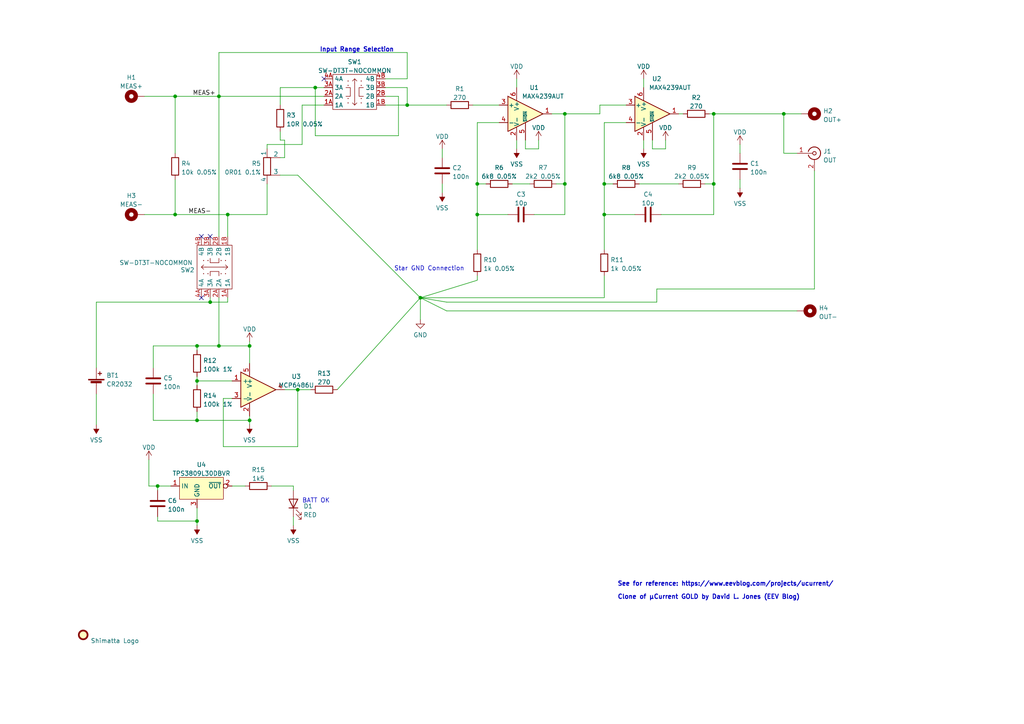
<source format=kicad_sch>
(kicad_sch (version 20211123) (generator eeschema)
  (paper "A4")
  (title_block (title "Shimatta µCurrent") (rev "v1.0.0") (company "Shimatta"))
  (lib_symbols
    (symbol "Amplifier_Operational:MAX4239AUT" (pin_names (offset 0.127))
      (property "Reference" "U" (at 0 6.35 0))
      (property "Value" "MAX4239AUT" (at 0 3.81 0))
      (symbol "MAX4239AUT_0_1"
        (polyline (pts (xy -5.08 5.08) (xy 5.08 0) (xy -5.08 -5.08) (xy -5.08 5.08)) (stroke (width 0.254)) (fill (type background)))
      )
      (symbol "MAX4239AUT_1_1"
        (pin output line (at 7.62 0 180) (length 2.54) (name "~") (number "1"))
        (pin power_in line (at -2.54 -7.62 90) (length 3.81) (name "V-") (number "2"))
        (pin input line (at -7.62 2.54 0) (length 2.54) (name "+") (number "3"))
        (pin input line (at -7.62 -2.54 0) (length 2.54) (name "-") (number "4"))
        (pin input line (at 0 -7.62 90) (length 5.08) (name "~{SHDN}") (number "5"))
        (pin power_in line (at -2.54 7.62 270) (length 3.81) (name "V+") (number "6"))
      )
    )
    (symbol "Connector:Conn_Coaxial" (pin_names (offset 1.016) hide)
      (property "Reference" "J" (at 0.254 3.048 0))
      (property "Value" "Conn_Coaxial" (at 2.921 0 90))
      (symbol "Conn_Coaxial_0_1"
        (arc (start -1.778 -0.508) (mid 0.2311 -1.8066) (end 1.778 0) (stroke (width 0.254)))
        (polyline (pts (xy -2.54 0) (xy -0.508 0)))
        (polyline (pts (xy 0 -2.54) (xy 0 -1.778)))
        (circle (center 0 0) (radius 0.508) (stroke (width 0.2032)))
        (arc (start 1.778 0) (mid 0.2099 1.8101) (end -1.778 0.508) (stroke (width 0.254)))
      )
      (symbol "Conn_Coaxial_1_1"
        (pin passive line (at -5.08 0 0) (length 2.54) (name "In") (number "1"))
        (pin passive line (at 0 -5.08 90) (length 2.54) (name "Ext") (number "2"))
      )
    )
    (symbol "Device:Battery_Cell" (pin_numbers hide) (pin_names (offset 0) hide)
      (property "Reference" "BT" (at 2.54 2.54 0))
      (property "Value" "Battery_Cell" (at 2.54 0 0))
      (symbol "Battery_Cell_0_1"
        (rectangle (start -2.286 1.778) (end 2.286 1.524) (fill (type outline)))
        (rectangle (start -1.5748 1.1938) (end 1.4732 0.6858) (fill (type outline)))
        (polyline (pts (xy 0 0.762) (xy 0 0)))
        (polyline (pts (xy 0 1.778) (xy 0 2.54)))
        (polyline (pts (xy 0.508 3.429) (xy 1.524 3.429)) (stroke (width 0.254)))
        (polyline (pts (xy 1.016 3.937) (xy 1.016 2.921)) (stroke (width 0.254)))
      )
      (symbol "Battery_Cell_1_1"
        (pin passive line (at 0 5.08 270) (length 2.54) (name "+") (number "1"))
        (pin passive line (at 0 -2.54 90) (length 2.54) (name "-") (number "2"))
      )
    )
    (symbol "Device:C" (pin_numbers hide) (pin_names (offset 0.254))
      (property "Reference" "C" (at 0.635 2.54 0))
      (property "Value" "C" (at 0.635 -2.54 0))
      (symbol "C_0_1"
        (polyline (pts (xy -2.032 -0.762) (xy 2.032 -0.762)) (stroke (width 0.508)))
        (polyline (pts (xy -2.032 0.762) (xy 2.032 0.762)) (stroke (width 0.508)))
      )
      (symbol "C_1_1"
        (pin passive line (at 0 3.81 270) (length 2.794) (name "~") (number "1"))
        (pin passive line (at 0 -3.81 90) (length 2.794) (name "~") (number "2"))
      )
    )
    (symbol "Device:LED" (pin_numbers hide) (pin_names (offset 1.016) hide)
      (property "Reference" "D" (at 0 2.54 0))
      (property "Value" "LED" (at 0 -2.54 0))
      (symbol "LED_0_1"
        (polyline (pts (xy -1.27 -1.27) (xy -1.27 1.27)) (stroke (width 0.254)))
        (polyline (pts (xy -1.27 0) (xy 1.27 0)))
        (polyline (pts (xy 1.27 -1.27) (xy 1.27 1.27) (xy -1.27 0) (xy 1.27 -1.27)) (stroke (width 0.254)))
        (polyline (pts (xy -3.048 -0.762) (xy -4.572 -2.286) (xy -3.81 -2.286) (xy -4.572 -2.286) (xy -4.572 -1.524)))
        (polyline (pts (xy -1.778 -0.762) (xy -3.302 -2.286) (xy -2.54 -2.286) (xy -3.302 -2.286) (xy -3.302 -1.524)))
      )
      (symbol "LED_1_1"
        (pin passive line (at -3.81 0 0) (length 2.54) (name "K") (number "1"))
        (pin passive line (at 3.81 0 180) (length 2.54) (name "A") (number "2"))
      )
    )
    (symbol "Device:R" (pin_numbers hide) (pin_names (offset 0))
      (property "Reference" "R" (at 2.032 0 90))
      (property "Value" "R" (at 0 0 90))
      (symbol "R_0_1"
        (rectangle (start -1.016 -2.54) (end 1.016 2.54) (stroke (width 0.254)))
      )
      (symbol "R_1_1"
        (pin passive line (at 0 3.81 270) (length 1.27) (name "~") (number "1"))
        (pin passive line (at 0 -3.81 90) (length 1.27) (name "~") (number "2"))
      )
    )
    (symbol "Device:R_Shunt" (pin_numbers hide) (pin_names (offset 0))
      (property "Reference" "R" (at -4.445 0 90))
      (property "Value" "R_Shunt" (at -2.54 0 90))
      (symbol "R_Shunt_0_1"
        (rectangle (start -1.016 -2.54) (end 1.016 2.54) (stroke (width 0.254)))
        (polyline (pts (xy 0 -2.54) (xy 1.27 -2.54)))
        (polyline (pts (xy 1.27 2.54) (xy 0 2.54)))
      )
      (symbol "R_Shunt_1_1"
        (pin passive line (at 0 5.08 270) (length 2.54) (name "1") (number "1"))
        (pin passive line (at 3.81 2.54 180) (length 2.54) (name "2") (number "2"))
        (pin passive line (at 3.81 -2.54 180) (length 2.54) (name "3") (number "3"))
        (pin passive line (at 0 -5.08 90) (length 2.54) (name "4") (number "4"))
      )
    )
    (symbol "Mechanical:Fiducial"
      (property "Reference" "FID" (at 0 5.08 0))
      (property "Value" "Fiducial" (at 0 3.175 0))
      (symbol "Fiducial_0_1"
        (circle (center 0 0) (radius 1.27) (stroke (width 0.508)) (fill (type background)))
      )
    )
    (symbol "Mechanical:MountingHole_Pad" (pin_numbers hide) (pin_names (offset 1.016) hide)
      (property "Reference" "H" (at 0 6.35 0))
      (property "Value" "MountingHole_Pad" (at 0 4.445 0))
      (symbol "MountingHole_Pad_0_1"
        (circle (center 0 1.27) (radius 1.27) (stroke (width 1.27)))
      )
      (symbol "MountingHole_Pad_1_1"
        (pin input line (at 0 -2.54 90) (length 2.54) (name "1") (number "1"))
      )
    )
    (symbol "power:GND" (power) (pin_names (offset 0))
      (property "Value" "GND" (at 0 -3.81 0))
      (symbol "GND_0_1"
        (polyline (pts (xy 0 0) (xy 0 -1.27) (xy 1.27 -1.27) (xy 0 -2.54) (xy -1.27 -1.27) (xy 0 -1.27)))
      )
      (symbol "GND_1_1"
        (pin power_in line (at 0 0 270) (length 0) hide (name "GND") (number "1"))
      )
    )
    (symbol "power:VDD" (power) (pin_names (offset 0))
      (property "Value" "VDD" (at 0 3.81 0))
      (symbol "VDD_0_1"
        (polyline (pts (xy -0.762 1.27) (xy 0 2.54)))
        (polyline (pts (xy 0 0) (xy 0 2.54)))
        (polyline (pts (xy 0 2.54) (xy 0.762 1.27)))
      )
      (symbol "VDD_1_1"
        (pin power_in line (at 0 0 90) (length 0) hide (name "VDD") (number "1"))
      )
    )
    (symbol "power:VSS" (power) (pin_names (offset 0))
      (property "Value" "VSS" (at 0 3.81 0))
      (symbol "VSS_0_1"
        (polyline (pts (xy 0 0) (xy 0 2.54)))
        (polyline (pts (xy 0.762 1.27) (xy -0.762 1.27) (xy 0 2.54) (xy 0.762 1.27)) (fill (type outline)))
      )
      (symbol "VSS_1_1"
        (pin power_in line (at 0 0 90) (length 0) hide (name "VSS") (number "1"))
      )
    )
    (symbol "shimatta_analog:MCP6486U"
      (property "Reference" "U" (at 2.54 6.35 0))
      (property "Value" "MCP6486U" (at 6.35 3.81 0))
      (symbol "MCP6486U_0_1"
        (polyline (pts (xy -2.54 5.08) (xy 7.62 0) (xy -2.54 -5.08) (xy -2.54 5.08)) (stroke (width 0.254)) (fill (type background)))
      )
      (symbol "MCP6486U_1_1"
        (pin input line (at -5.08 2.54 0) (length 2.54) (name "+") (number "1"))
        (pin power_in line (at 0 -7.62 90) (length 3.81) (name "V-") (number "2"))
        (pin input line (at -5.08 -2.54 0) (length 2.54) (name "-") (number "3"))
        (pin output line (at 10.16 0 180) (length 2.54) (name "~") (number "4"))
        (pin power_in line (at 0 7.62 270) (length 3.81) (name "V+") (number "5"))
      )
    )
    (symbol "shimatta_supervisor:TPS3809L30DBVR"
      (property "Reference" "U" (at 1.27 3.81 0))
      (property "Value" "TPS3809L30DBVR" (at 6.35 1.27 0))
      (symbol "TPS3809L30DBVR_0_1"
        (rectangle (start 0 0) (end 12.7 -6.35) (stroke (width 0.1524)) (fill (type background)))
      )
      (symbol "TPS3809L30DBVR_1_1"
        (pin power_in line (at -2.54 -2.54 0) (length 2.54) (name "IN") (number "1"))
        (pin output inverted (at 15.24 -2.54 180) (length 2.54) (name "~{OUT}") (number "2"))
        (pin power_in line (at 5.08 -8.89 90) (length 2.54) (name "GND") (number "3"))
      )
    )
    (symbol "shimatta_switch:SW-DT3T-NOCOMMON"
      (property "Reference" "SW" (at 1.27 1.27 0))
      (property "Value" "SW-DT3T-NOCOMMON" (at 9.525 3.81 0))
      (symbol "SW-DT3T-NOCOMMON_0_1"
        (polyline (pts (xy 6.35 -8.89) (xy 5.715 -8.255)) (stroke (width 0.1524)))
        (polyline (pts (xy 6.35 -8.89) (xy 6.985 -8.255)) (stroke (width 0.1524)))
        (polyline (pts (xy 6.35 -7.62) (xy 6.35 -8.89)) (stroke (width 0.1524)))
        (polyline (pts (xy 6.35 -2.54) (xy 6.35 -7.62)) (stroke (width 0.1524)))
        (polyline (pts (xy 6.35 -2.54) (xy 6.35 -1.27)) (stroke (width 0.1524)))
        (polyline (pts (xy 6.35 -1.27) (xy 5.715 -1.905)) (stroke (width 0.1524)))
        (polyline (pts (xy 6.35 -1.27) (xy 6.985 -1.905)) (stroke (width 0.1524)))
        (polyline (pts (xy 3.81 -3.81) (xy 5.08 -3.81) (xy 5.08 -6.35) (xy 3.81 -6.35)) (stroke (width 0.1524)))
        (polyline (pts (xy 8.89 -3.81) (xy 7.62 -3.81) (xy 7.62 -6.35) (xy 8.89 -6.35)) (stroke (width 0.1524)))
        (rectangle (start 0 0) (end 12.7 -10.16) (stroke (width 0.1524)))
        (circle (center 4.445 -8.255) (radius 0.0001) (stroke (width 0.1524)))
        (circle (center 4.445 -6.985) (radius 0.0001) (stroke (width 0.1524)))
        (circle (center 4.445 -3.175) (radius 0.0001) (stroke (width 0.1524)))
        (circle (center 4.445 -1.905) (radius 0.0001) (stroke (width 0.1524)))
        (circle (center 8.255 -8.255) (radius 0.0001) (stroke (width 0.1524)))
        (circle (center 8.255 -6.985) (radius 0.0001) (stroke (width 0.1524)))
        (circle (center 8.255 -3.175) (radius 0.0001) (stroke (width 0.1524)))
        (circle (center 8.255 -1.905) (radius 0.0001) (stroke (width 0.1524)))
      )
      (symbol "SW-DT3T-NOCOMMON_1_1"
        (pin passive line (at -2.54 -1.27 0) (length 2.54) (name "1A") (number "1A"))
        (pin passive line (at 15.24 -1.27 180) (length 2.54) (name "1B") (number "1B"))
        (pin passive line (at -2.54 -3.81 0) (length 2.54) (name "2A") (number "2A"))
        (pin passive line (at 15.24 -3.81 180) (length 2.54) (name "2B") (number "2B"))
        (pin passive line (at -2.54 -6.35 0) (length 2.54) (name "3A") (number "3A"))
        (pin passive line (at 15.24 -6.35 180) (length 2.54) (name "3B") (number "3B"))
        (pin passive line (at -2.54 -8.89 0) (length 2.54) (name "4A") (number "4A"))
        (pin passive line (at 15.24 -8.89 180) (length 2.54) (name "4B") (number "4B"))
      )
    )
  )
  (junction (at 138.43 53.34))
  (junction (at 57.15 151.13))
  (junction (at 207.01 33.02))
  (junction (at 63.5 27.94))
  (junction (at 72.39 100.33))
  (junction (at 66.04 62.23))
  (junction (at 175.26 53.34))
  (junction (at 175.26 62.23))
  (junction (at 227.33 33.02))
  (junction (at 63.5 100.33))
  (junction (at 57.15 100.33))
  (junction (at 138.43 62.23))
  (junction (at 45.72 140.97))
  (junction (at 60.96 87.63))
  (junction (at 207.01 53.34))
  (junction (at 163.83 33.02))
  (junction (at 86.36 113.03))
  (junction (at 163.83 53.34))
  (junction (at 118.11 30.48))
  (junction (at 50.8 27.94))
  (junction (at 50.8 62.23))
  (junction (at 91.44 25.4))
  (junction (at 57.15 121.92))
  (junction (at 121.92 86.36))
  (junction (at 57.15 110.49))
  (junction (at 72.39 121.92))
  (no_connect (at 58.42 68.58))
  (no_connect (at 58.42 86.36))
  (no_connect (at 93.98 22.86))
  (no_connect (at 60.96 68.58))
  (wire (pts (xy 115.57 27.94) (xy 115.57 39.37)))
  (wire (pts (xy 50.8 27.94) (xy 63.5 27.94)))
  (wire (pts (xy 57.15 119.38) (xy 57.15 121.92)))
  (wire (pts (xy 63.5 27.94) (xy 93.98 27.94)))
  (wire (pts (xy 186.69 22.86) (xy 186.69 25.4)))
  (wire (pts (xy 175.26 80.01) (xy 175.26 86.36)))
  (wire (pts (xy 57.15 110.49) (xy 57.15 111.76)))
  (wire (pts (xy 81.28 50.8) (xy 86.36 50.8)))
  (wire (pts (xy 121.92 86.36) (xy 175.26 86.36)))
  (wire (pts (xy 97.79 113.03) (xy 121.92 86.36)))
  (wire (pts (xy 111.76 25.4) (xy 118.11 25.4)))
  (wire (pts (xy 175.26 53.34) (xy 177.8 53.34)))
  (wire (pts (xy 63.5 100.33) (xy 72.39 100.33)))
  (wire (pts (xy 144.78 35.56) (xy 138.43 35.56)))
  (wire (pts (xy 60.96 87.63) (xy 60.96 86.36)))
  (wire (pts (xy 163.83 33.02) (xy 173.99 33.02)))
  (wire (pts (xy 193.04 43.18) (xy 193.04 40.64)))
  (wire (pts (xy 149.86 40.64) (xy 149.86 43.18)))
  (wire (pts (xy 160.02 33.02) (xy 163.83 33.02)))
  (wire (pts (xy 77.47 41.91) (xy 77.47 43.18)))
  (wire (pts (xy 205.74 33.02) (xy 207.01 33.02)))
  (wire (pts (xy 64.77 115.57) (xy 64.77 129.54)))
  (wire (pts (xy 163.83 62.23) (xy 163.83 53.34)))
  (wire (pts (xy 44.45 106.68) (xy 44.45 100.33)))
  (wire (pts (xy 49.53 140.97) (xy 45.72 140.97)))
  (wire (pts (xy 57.15 147.32) (xy 57.15 151.13)))
  (wire (pts (xy 138.43 80.01) (xy 138.43 81.28)))
  (wire (pts (xy 175.26 62.23) (xy 175.26 72.39)))
  (wire (pts (xy 27.94 114.3) (xy 27.94 123.19)))
  (wire (pts (xy 57.15 121.92) (xy 72.39 121.92)))
  (wire (pts (xy 111.76 30.48) (xy 118.11 30.48)))
  (wire (pts (xy 50.8 52.07) (xy 50.8 62.23)))
  (wire (pts (xy 87.63 41.91) (xy 77.47 41.91)))
  (wire (pts (xy 185.42 53.34) (xy 196.85 53.34)))
  (wire (pts (xy 44.45 114.3) (xy 44.45 121.92)))
  (wire (pts (xy 82.55 113.03) (xy 86.36 113.03)))
  (wire (pts (xy 91.44 39.37) (xy 91.44 25.4)))
  (wire (pts (xy 173.99 30.48) (xy 173.99 33.02)))
  (wire (pts (xy 67.31 140.97) (xy 71.12 140.97)))
  (wire (pts (xy 128.27 43.18) (xy 128.27 45.72)))
  (wire (pts (xy 138.43 53.34) (xy 138.43 62.23)))
  (wire (pts (xy 190.5 83.82) (xy 190.5 87.63)))
  (wire (pts (xy 152.4 40.64) (xy 152.4 43.18)))
  (wire (pts (xy 121.92 86.36) (xy 121.92 92.71)))
  (wire (pts (xy 138.43 62.23) (xy 147.32 62.23)))
  (wire (pts (xy 44.45 100.33) (xy 57.15 100.33)))
  (wire (pts (xy 138.43 62.23) (xy 138.43 72.39)))
  (wire (pts (xy 207.01 53.34) (xy 207.01 62.23)))
  (wire (pts (xy 181.61 35.56) (xy 175.26 35.56)))
  (wire (pts (xy 57.15 101.6) (xy 57.15 100.33)))
  (wire (pts (xy 121.92 86.36) (xy 129.54 90.17)))
  (wire (pts (xy 207.01 33.02) (xy 227.33 33.02)))
  (wire (pts (xy 191.77 62.23) (xy 207.01 62.23)))
  (wire (pts (xy 50.8 62.23) (xy 66.04 62.23)))
  (wire (pts (xy 72.39 99.06) (xy 72.39 100.33)))
  (wire (pts (xy 63.5 15.24) (xy 118.11 15.24)))
  (wire (pts (xy 78.74 140.97) (xy 85.09 140.97)))
  (wire (pts (xy 50.8 27.94) (xy 50.8 44.45)))
  (wire (pts (xy 204.47 53.34) (xy 207.01 53.34)))
  (wire (pts (xy 87.63 30.48) (xy 93.98 30.48)))
  (wire (pts (xy 82.55 40.64) (xy 82.55 45.72)))
  (wire (pts (xy 85.09 140.97) (xy 85.09 142.24)))
  (wire (pts (xy 163.83 33.02) (xy 163.83 53.34)))
  (wire (pts (xy 161.29 53.34) (xy 163.83 53.34)))
  (wire (pts (xy 57.15 109.22) (xy 57.15 110.49)))
  (wire (pts (xy 85.09 149.86) (xy 85.09 152.4)))
  (wire (pts (xy 66.04 62.23) (xy 77.47 62.23)))
  (wire (pts (xy 45.72 151.13) (xy 57.15 151.13)))
  (wire (pts (xy 86.36 113.03) (xy 90.17 113.03)))
  (wire (pts (xy 63.5 86.36) (xy 63.5 100.33)))
  (wire (pts (xy 87.63 30.48) (xy 87.63 41.91)))
  (wire (pts (xy 227.33 33.02) (xy 227.33 44.45)))
  (wire (pts (xy 138.43 35.56) (xy 138.43 53.34)))
  (wire (pts (xy 156.21 43.18) (xy 156.21 40.64)))
  (wire (pts (xy 129.54 90.17) (xy 231.14 90.17)))
  (wire (pts (xy 67.31 115.57) (xy 64.77 115.57)))
  (wire (pts (xy 111.76 27.94) (xy 115.57 27.94)))
  (wire (pts (xy 214.63 52.07) (xy 214.63 54.61)))
  (wire (pts (xy 45.72 140.97) (xy 45.72 142.24)))
  (wire (pts (xy 189.23 40.64) (xy 189.23 43.18)))
  (wire (pts (xy 77.47 53.34) (xy 77.47 62.23)))
  (wire (pts (xy 118.11 15.24) (xy 118.11 22.86)))
  (wire (pts (xy 175.26 53.34) (xy 175.26 62.23)))
  (wire (pts (xy 138.43 53.34) (xy 140.97 53.34)))
  (wire (pts (xy 149.86 22.86) (xy 149.86 25.4)))
  (wire (pts (xy 236.22 83.82) (xy 190.5 83.82)))
  (wire (pts (xy 207.01 33.02) (xy 207.01 53.34)))
  (wire (pts (xy 231.14 44.45) (xy 227.33 44.45)))
  (wire (pts (xy 66.04 86.36) (xy 66.04 87.63)))
  (wire (pts (xy 27.94 87.63) (xy 27.94 106.68)))
  (wire (pts (xy 214.63 41.91) (xy 214.63 44.45)))
  (wire (pts (xy 236.22 49.53) (xy 236.22 83.82)))
  (wire (pts (xy 121.92 86.36) (xy 129.54 87.63)))
  (wire (pts (xy 91.44 25.4) (xy 93.98 25.4)))
  (wire (pts (xy 118.11 22.86) (xy 111.76 22.86)))
  (wire (pts (xy 175.26 35.56) (xy 175.26 53.34)))
  (wire (pts (xy 66.04 87.63) (xy 60.96 87.63)))
  (wire (pts (xy 152.4 43.18) (xy 156.21 43.18)))
  (wire (pts (xy 57.15 100.33) (xy 63.5 100.33)))
  (wire (pts (xy 198.12 33.02) (xy 196.85 33.02)))
  (wire (pts (xy 64.77 129.54) (xy 86.36 129.54)))
  (wire (pts (xy 72.39 120.65) (xy 72.39 121.92)))
  (wire (pts (xy 86.36 50.8) (xy 121.92 86.36)))
  (wire (pts (xy 72.39 121.92) (xy 72.39 123.19)))
  (wire (pts (xy 81.28 25.4) (xy 91.44 25.4)))
  (wire (pts (xy 154.94 62.23) (xy 163.83 62.23)))
  (wire (pts (xy 43.18 133.35) (xy 43.18 140.97)))
  (wire (pts (xy 81.28 45.72) (xy 82.55 45.72)))
  (wire (pts (xy 118.11 25.4) (xy 118.11 30.48)))
  (wire (pts (xy 50.8 62.23) (xy 41.91 62.23)))
  (wire (pts (xy 45.72 149.86) (xy 45.72 151.13)))
  (wire (pts (xy 137.16 30.48) (xy 144.78 30.48)))
  (wire (pts (xy 186.69 40.64) (xy 186.69 43.18)))
  (wire (pts (xy 148.59 53.34) (xy 153.67 53.34)))
  (wire (pts (xy 118.11 30.48) (xy 129.54 30.48)))
  (wire (pts (xy 81.28 30.48) (xy 81.28 25.4)))
  (wire (pts (xy 45.72 140.97) (xy 43.18 140.97)))
  (wire (pts (xy 81.28 38.1) (xy 81.28 40.64)))
  (wire (pts (xy 57.15 151.13) (xy 57.15 152.4)))
  (wire (pts (xy 175.26 62.23) (xy 184.15 62.23)))
  (wire (pts (xy 57.15 110.49) (xy 67.31 110.49)))
  (wire (pts (xy 27.94 87.63) (xy 60.96 87.63)))
  (wire (pts (xy 189.23 43.18) (xy 193.04 43.18)))
  (wire (pts (xy 121.92 86.36) (xy 138.43 81.28)))
  (wire (pts (xy 227.33 33.02) (xy 232.41 33.02)))
  (wire (pts (xy 44.45 121.92) (xy 57.15 121.92)))
  (wire (pts (xy 173.99 30.48) (xy 181.61 30.48)))
  (wire (pts (xy 63.5 27.94) (xy 63.5 68.58)))
  (wire (pts (xy 81.28 40.64) (xy 82.55 40.64)))
  (wire (pts (xy 63.5 27.94) (xy 63.5 15.24)))
  (wire (pts (xy 41.91 27.94) (xy 50.8 27.94)))
  (wire (pts (xy 72.39 100.33) (xy 72.39 105.41)))
  (wire (pts (xy 66.04 62.23) (xy 66.04 68.58)))
  (wire (pts (xy 86.36 129.54) (xy 86.36 113.03)))
  (wire (pts (xy 129.54 87.63) (xy 190.5 87.63)))
  (wire (pts (xy 115.57 39.37) (xy 91.44 39.37)))
  (wire (pts (xy 128.27 53.34) (xy 128.27 55.88)))
  (text "Input Range Selection" (at 92.71 15.24 0) (effects (font (size 1.27 1.27) bold) (justify left bottom)))
  (text "See for reference: https://www.eevblog.com/projects/ucurrent/" (at 179.07 170.18 0) (effects (font (size 1.27 1.27) bold) (justify left bottom)))
  (text "BATT OK" (at 87.63 146.05 0) (effects (font (size 1.27 1.27)) (justify left bottom)))
  (text "Star GND Connection" (at 114.3 78.74 0) (effects (font (size 1.27 1.27)) (justify left bottom)))
  (text "Clone of µCurrent GOLD by David L. Jones (EEV Blog)" (at 179.07 173.99 0) (effects (font (size 1.27 1.27) (thickness 0.254) bold) (justify left bottom)))
  (label "MEAS+" (at 55.88 27.94 0))
  (label "MEAS-" (at 54.61 62.23 0))
  (symbol (lib_id "power:VDD") (at 72.39 99.06 0) (unit 1)
    (property "Reference" "#PWR012" (effects hide))
    (property "Value" "VDD" (at 72.39 95.4842 0))
  )
  (symbol (lib_id "power:VSS") (at 85.09 152.4 180) (unit 1)
    (property "Reference" "#PWR017" (effects hide))
    (property "Value" "VSS" (at 85.09 156.8434 0))
  )
  (symbol (lib_id "shimatta_switch:SW-DT3T-NOCOMMON") (at 67.31 83.82 270) (mirror x) (unit 1)
    (property "Reference" "SW2" (at 56.4388 78.3047 90) (effects (justify right)))
    (property "Value" "SW-DT3T-NOCOMMON" (at 55.88 76.2 90) (effects (justify right)))
    (property "Footprint" "shimatta_switch:C&K-L203011MS02Q" (effects hide))
  )
  (symbol (lib_id "Mechanical:MountingHole_Pad") (at 39.37 62.23 90) (unit 1)
    (property "Reference" "H3" (at 38.1 56.7522 90))
    (property "Value" "MEAS-" (at 38.1 59.2891 90))
    (property "Footprint" "MountingHole:MountingHole_4.3x6.2mm_M4_Pad_Via" (effects hide))
  )
  (symbol (lib_id "Mechanical:MountingHole_Pad") (at 233.68 90.17 270) (unit 1)
    (property "Reference" "H4" (at 237.49 89.3353 90) (effects (justify left)))
    (property "Value" "OUT-" (at 237.49 91.8722 90) (effects (justify left)))
    (property "Footprint" "MountingHole:MountingHole_4.3x6.2mm_M4_Pad_Via" (effects hide))
  )
  (symbol (lib_id "Device:R") (at 157.48 53.34 90) (unit 1)
    (property "Reference" "R7" (at 157.48 48.6242 90))
    (property "Value" "2k2 0.05%" (at 157.48 51.1611 90))
    (property "Footprint" "Resistor_SMD:R_0603_1608Metric" (effects hide))
  )
  (symbol (lib_id "Device:R") (at 81.28 34.29 180) (unit 1)
    (property "Reference" "R3" (at 83.058 33.4553 0) (effects (justify right)))
    (property "Value" "10R 0.05%" (at 83.058 35.9922 0) (effects (justify right)))
    (property "Footprint" "Resistor_SMD:R_0805_2012Metric" (effects hide))
  )
  (symbol (lib_id "Device:C") (at 128.27 49.53 180) (unit 1)
    (property "Reference" "C2" (at 131.191 48.6953 0) (effects (justify right)))
    (property "Value" "100n" (at 131.191 51.2322 0) (effects (justify right)))
    (property "Footprint" "Capacitor_SMD:C_0603_1608Metric" (effects hide))
  )
  (symbol (lib_id "shimatta_switch:SW-DT3T-NOCOMMON") (at 96.52 31.75 0) (mirror x) (unit 1)
    (property "Reference" "SW1" (at 102.87 17.941 0))
    (property "Value" "SW-DT3T-NOCOMMON" (at 102.87 20.4779 0))
    (property "Footprint" "shimatta_switch:C&K-L203011MS02Q" (effects hide))
  )
  (symbol (lib_id "Mechanical:MountingHole_Pad") (at 39.37 27.94 90) (unit 1)
    (property "Reference" "H1" (at 38.1 22.4622 90))
    (property "Value" "MEAS+" (at 38.1 24.9991 90))
    (property "Footprint" "MountingHole:MountingHole_4.3x6.2mm_M4_Pad_Via" (effects hide))
  )
  (symbol (lib_id "Device:R") (at 50.8 48.26 0) (unit 1)
    (property "Reference" "R4" (at 52.578 47.4253 0) (effects (justify left)))
    (property "Value" "10k 0.05%" (at 52.578 49.9622 0) (effects (justify left)))
    (property "Footprint" "Resistor_SMD:R_0603_1608Metric" (effects hide))
  )
  (symbol (lib_id "Device:C") (at 214.63 48.26 180) (unit 1)
    (property "Reference" "C1" (at 217.551 47.4253 0) (effects (justify right)))
    (property "Value" "100n" (at 217.551 49.9622 0) (effects (justify right)))
    (property "Footprint" "Capacitor_SMD:C_0603_1608Metric" (effects hide))
  )
  (symbol (lib_id "shimatta_supervisor:TPS3809L30DBVR") (at 52.07 138.43 0) (unit 1)
    (property "Reference" "U4" (at 58.42 134.781 0))
    (property "Value" "TPS3809L30DBVR" (at 58.42 137.3179 0))
    (property "Footprint" "Package_TO_SOT_SMD:SOT-23" (effects hide))
  )
  (symbol (lib_id "power:VSS") (at 186.69 43.18 180) (unit 1)
    (property "Reference" "#PWR08" (effects hide))
    (property "Value" "VSS" (at 186.69 47.6234 0))
  )
  (symbol (lib_id "Device:R") (at 57.15 105.41 0) (unit 1)
    (property "Reference" "R12" (at 58.928 104.5753 0) (effects (justify left)))
    (property "Value" "100k 1%" (at 58.928 107.1122 0) (effects (justify left)))
    (property "Footprint" "Resistor_SMD:R_0603_1608Metric" (effects hide))
  )
  (symbol (lib_id "power:VDD") (at 193.04 40.64 0) (unit 1)
    (property "Reference" "#PWR04" (effects hide))
    (property "Value" "VDD" (at 193.04 37.0642 0))
  )
  (symbol (lib_id "power:VDD") (at 43.18 133.35 0) (unit 1)
    (property "Reference" "#PWR015" (effects hide))
    (property "Value" "VDD" (at 43.18 129.7742 0))
  )
  (symbol (lib_id "Connector:Conn_Coaxial") (at 236.22 44.45 0) (unit 1)
    (property "Reference" "J1" (at 238.76 43.9085 0) (effects (justify left)))
    (property "Value" "OUT" (at 238.76 46.4454 0) (effects (justify left)))
    (property "Footprint" "Connector_Coaxial:SMA_Amphenol_132134-10_Vertical" (effects hide))
    (property "Datasheet" " ~" (effects hide))
  )
  (symbol (lib_id "Device:C") (at 187.96 62.23 90) (unit 1)
    (property "Reference" "C4" (at 187.96 56.3712 90))
    (property "Value" "10p" (at 187.96 58.9081 90))
    (property "Footprint" "Capacitor_SMD:C_0603_1608Metric" (effects hide))
  )
  (symbol (lib_id "power:VSS") (at 72.39 123.19 180) (unit 1)
    (property "Reference" "#PWR014" (effects hide))
    (property "Value" "VSS" (at 72.39 127.6334 0))
  )
  (symbol (lib_id "power:GND") (at 121.92 92.71 0) (unit 1)
    (property "Reference" "#PWR011" (effects hide))
    (property "Value" "GND" (at 121.92 97.1534 0))
  )
  (symbol (lib_id "Amplifier_Operational:MAX4239AUT") (at 152.4 33.02 0) (unit 1)
    (property "Reference" "U1" (at 154.94 25.4 0))
    (property "Value" "MAX4239AUT" (at 157.48 27.94 0))
    (property "Footprint" "Package_TO_SOT_SMD:SOT-23-6" (effects hide))
    (property "Datasheet" "http://datasheets.maximintegrated.com/en/ds/MAX4238-MAX4239.pdf" (effects hide))
  )
  (symbol (lib_id "Device:R") (at 93.98 113.03 90) (unit 1)
    (property "Reference" "R13" (at 93.98 108.3142 90))
    (property "Value" "270" (at 93.98 110.8511 90))
    (property "Footprint" "Resistor_SMD:R_0603_1608Metric" (effects hide))
  )
  (symbol (lib_id "Mechanical:Fiducial") (at 24.13 184.15 0) (unit 1)
    (property "Reference" "FID1" (effects hide))
    (property "Value" "Shimatta Logo" (at 26.289 185.8522 0) (effects (justify left)))
    (property "Footprint" "shimatta_artwork:shimatta_kanji_20mm_solder_mask" (effects hide))
  )
  (symbol (lib_id "Device:LED") (at 85.09 146.05 90) (unit 1)
    (property "Reference" "D1" (at 88.011 146.8028 90) (effects (justify right)))
    (property "Value" "RED" (at 88.011 149.3397 90) (effects (justify right)))
    (property "Footprint" "shimatta_led:APTR3216SURCK" (effects hide))
  )
  (symbol (lib_id "Device:R_Shunt") (at 77.47 48.26 0) (unit 1)
    (property "Reference" "R5" (at 75.692 47.4253 0) (effects (justify right)))
    (property "Value" "0R01 0.1%" (at 75.692 49.9622 0) (effects (justify right)))
    (property "Footprint" "Resistor_SMD:R_Shunt_Vishay_WSK2512_6332Metric_T1.19mm" (effects hide))
  )
  (symbol (lib_id "Device:R") (at 138.43 76.2 0) (unit 1)
    (property "Reference" "R10" (at 140.208 75.3653 0) (effects (justify left)))
    (property "Value" "1k 0.05%" (at 140.208 77.9022 0) (effects (justify left)))
    (property "Footprint" "Resistor_SMD:R_0603_1608Metric" (effects hide))
  )
  (symbol (lib_id "power:VSS") (at 27.94 123.19 180) (unit 1)
    (property "Reference" "#PWR013" (effects hide))
    (property "Value" "VSS" (at 27.94 127.6334 0))
  )
  (symbol (lib_id "power:VSS") (at 128.27 55.88 180) (unit 1)
    (property "Reference" "#PWR010" (effects hide))
    (property "Value" "VSS" (at 128.27 60.3234 0))
  )
  (symbol (lib_id "Device:Battery_Cell") (at 27.94 111.76 0) (unit 1)
    (property "Reference" "BT1" (at 30.861 108.8933 0) (effects (justify left)))
    (property "Value" "CR2032" (at 30.861 111.4302 0) (effects (justify left)))
    (property "Footprint" "Battery:BatteryHolder_Keystone_1058_1x2032" (effects hide))
  )
  (symbol (lib_id "power:VSS") (at 214.63 54.61 180) (unit 1)
    (property "Reference" "#PWR09" (effects hide))
    (property "Value" "VSS" (at 214.63 59.0534 0))
  )
  (symbol (lib_id "Amplifier_Operational:MAX4239AUT") (at 189.23 33.02 0) (unit 1)
    (property "Reference" "U2" (at 190.5 22.86 0))
    (property "Value" "MAX4239AUT" (at 194.31 25.4 0))
    (property "Footprint" "Package_TO_SOT_SMD:SOT-23-6" (effects hide))
    (property "Datasheet" "http://datasheets.maximintegrated.com/en/ds/MAX4238-MAX4239.pdf" (effects hide))
  )
  (symbol (lib_id "power:VDD") (at 214.63 41.91 0) (unit 1)
    (property "Reference" "#PWR05" (effects hide))
    (property "Value" "VDD" (at 214.63 38.3342 0))
  )
  (symbol (lib_id "Mechanical:MountingHole_Pad") (at 234.95 33.02 270) (unit 1)
    (property "Reference" "H2" (at 238.76 32.1853 90) (effects (justify left)))
    (property "Value" "OUT+" (at 238.76 34.7222 90) (effects (justify left)))
    (property "Footprint" "MountingHole:MountingHole_4.3x6.2mm_M4_Pad_Via" (effects hide))
  )
  (symbol (lib_id "Device:R") (at 57.15 115.57 0) (unit 1)
    (property "Reference" "R14" (at 58.928 114.7353 0) (effects (justify left)))
    (property "Value" "100k 1%" (at 58.928 117.2722 0) (effects (justify left)))
    (property "Footprint" "Resistor_SMD:R_0603_1608Metric" (effects hide))
  )
  (symbol (lib_id "Device:R") (at 200.66 53.34 90) (unit 1)
    (property "Reference" "R9" (at 200.66 48.6242 90))
    (property "Value" "2k2 0.05%" (at 200.66 51.1611 90))
    (property "Footprint" "Resistor_SMD:R_0603_1608Metric" (effects hide))
  )
  (symbol (lib_id "shimatta_analog:MCP6486U") (at 72.39 113.03 0) (unit 1)
    (property "Reference" "U3" (at 85.9314 109.2033 0))
    (property "Value" "MCP6486U" (at 85.9314 111.7402 0))
    (property "Footprint" "Package_TO_SOT_SMD:SOT-23-5" (effects hide))
    (property "Datasheet" "https://www.mouser.de/datasheet/2/268/MCP6486_Family_Data_Sheet_DS20006679A-2949415.pdf" (effects hide))
  )
  (symbol (lib_id "Device:R") (at 201.93 33.02 90) (unit 1)
    (property "Reference" "R2" (at 201.93 28.3042 90))
    (property "Value" "270" (at 201.93 30.8411 90))
    (property "Footprint" "Resistor_SMD:R_0603_1608Metric" (effects hide))
  )
  (symbol (lib_id "power:VSS") (at 57.15 152.4 180) (unit 1)
    (property "Reference" "#PWR016" (effects hide))
    (property "Value" "VSS" (at 57.15 156.8434 0))
  )
  (symbol (lib_id "Device:C") (at 151.13 62.23 90) (unit 1)
    (property "Reference" "C3" (at 151.13 56.3712 90))
    (property "Value" "10p" (at 151.13 58.9081 90))
    (property "Footprint" "Capacitor_SMD:C_0603_1608Metric" (effects hide))
  )
  (symbol (lib_id "power:VDD") (at 149.86 22.86 0) (unit 1)
    (property "Reference" "#PWR01" (effects hide))
    (property "Value" "VDD" (at 149.86 19.2842 0))
  )
  (symbol (lib_id "power:VDD") (at 186.69 22.86 0) (unit 1)
    (property "Reference" "#PWR02" (effects hide))
    (property "Value" "VDD" (at 186.69 19.2842 0))
  )
  (symbol (lib_id "Device:C") (at 45.72 146.05 0) (unit 1)
    (property "Reference" "C6" (at 48.641 145.2153 0) (effects (justify left)))
    (property "Value" "100n" (at 48.641 147.7522 0) (effects (justify left)))
    (property "Footprint" "Capacitor_SMD:C_0603_1608Metric" (effects hide))
  )
  (symbol (lib_id "Device:R") (at 74.93 140.97 90) (unit 1)
    (property "Reference" "R15" (at 74.93 136.2542 90))
    (property "Value" "1k5" (at 74.93 138.7911 90))
    (property "Footprint" "Resistor_SMD:R_0603_1608Metric" (effects hide))
  )
  (symbol (lib_id "power:VSS") (at 149.86 43.18 180) (unit 1)
    (property "Reference" "#PWR07" (effects hide))
    (property "Value" "VSS" (at 149.86 47.6234 0))
  )
  (symbol (lib_id "power:VDD") (at 128.27 43.18 0) (unit 1)
    (property "Reference" "#PWR06" (effects hide))
    (property "Value" "VDD" (at 128.27 39.6042 0))
  )
  (symbol (lib_id "Device:R") (at 144.78 53.34 90) (unit 1)
    (property "Reference" "R6" (at 144.78 48.6242 90))
    (property "Value" "6k8 0.05%" (at 144.78 51.1611 90))
    (property "Footprint" "Resistor_SMD:R_0603_1608Metric" (effects hide))
  )
  (symbol (lib_id "Device:C") (at 44.45 110.49 180) (unit 1)
    (property "Reference" "C5" (at 47.371 109.6553 0) (effects (justify right)))
    (property "Value" "100n" (at 47.371 112.1922 0) (effects (justify right)))
    (property "Footprint" "Capacitor_SMD:C_0603_1608Metric" (effects hide))
  )
  (symbol (lib_id "Device:R") (at 181.61 53.34 90) (unit 1)
    (property "Reference" "R8" (at 181.61 48.6242 90))
    (property "Value" "6k8 0.05%" (at 181.61 51.1611 90))
    (property "Footprint" "Resistor_SMD:R_0603_1608Metric" (effects hide))
  )
  (symbol (lib_id "Device:R") (at 175.26 76.2 0) (unit 1)
    (property "Reference" "R11" (at 177.038 75.3653 0) (effects (justify left)))
    (property "Value" "1k 0.05%" (at 177.038 77.9022 0) (effects (justify left)))
    (property "Footprint" "Resistor_SMD:R_0603_1608Metric" (effects hide))
  )
  (symbol (lib_id "Device:R") (at 133.35 30.48 90) (unit 1)
    (property "Reference" "R1" (at 133.35 25.7642 90))
    (property "Value" "270" (at 133.35 28.3011 90))
    (property "Footprint" "Resistor_SMD:R_0603_1608Metric" (effects hide))
  )
  (symbol (lib_id "power:VDD") (at 156.21 40.64 0) (unit 1)
    (property "Reference" "#PWR03" (effects hide))
    (property "Value" "VDD" (at 156.21 37.0642 0))
  )
)
</source>
